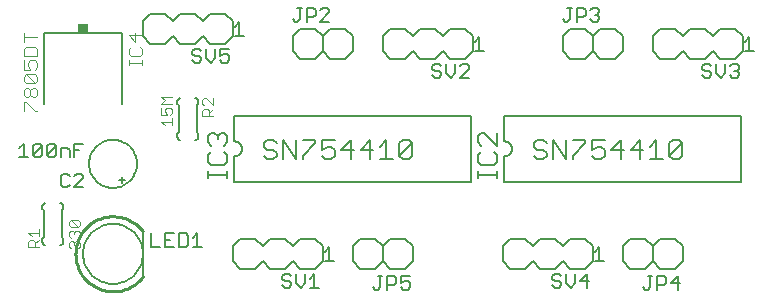
<source format=gto>
G75*
G70*
%OFA0B0*%
%FSLAX24Y24*%
%IPPOS*%
%LPD*%
%AMOC8*
5,1,8,0,0,1.08239X$1,22.5*
%
%ADD10C,0.0070*%
%ADD11C,0.0060*%
%ADD12C,0.0050*%
%ADD13C,0.0080*%
%ADD14C,0.0040*%
%ADD15R,0.0340X0.0300*%
%ADD16C,0.0100*%
D10*
X006489Y004138D02*
X006489Y004349D01*
X006489Y004244D02*
X007120Y004244D01*
X007120Y004349D02*
X007120Y004138D01*
X007015Y004568D02*
X006594Y004568D01*
X006489Y004673D01*
X006489Y004883D01*
X006594Y004989D01*
X006594Y005213D02*
X006489Y005318D01*
X006489Y005528D01*
X006594Y005633D01*
X006699Y005633D01*
X006804Y005528D01*
X006909Y005633D01*
X007015Y005633D01*
X007120Y005528D01*
X007120Y005318D01*
X007015Y005213D01*
X007015Y004989D02*
X007120Y004883D01*
X007120Y004673D01*
X007015Y004568D01*
X008350Y004864D02*
X008455Y004758D01*
X008665Y004758D01*
X008770Y004864D01*
X008770Y004969D01*
X008665Y005074D01*
X008455Y005074D01*
X008350Y005179D01*
X008350Y005284D01*
X008455Y005389D01*
X008665Y005389D01*
X008770Y005284D01*
X008994Y005389D02*
X009415Y004758D01*
X009415Y005389D01*
X009639Y005389D02*
X010059Y005389D01*
X010059Y005284D01*
X009639Y004864D01*
X009639Y004758D01*
X010283Y004864D02*
X010388Y004758D01*
X010598Y004758D01*
X010704Y004864D01*
X010704Y005074D01*
X010598Y005179D01*
X010493Y005179D01*
X010283Y005074D01*
X010283Y005389D01*
X010704Y005389D01*
X010928Y005074D02*
X011243Y005389D01*
X011243Y004758D01*
X011348Y005074D02*
X010928Y005074D01*
X011572Y005074D02*
X011993Y005074D01*
X012217Y005179D02*
X012427Y005389D01*
X012427Y004758D01*
X012217Y004758D02*
X012637Y004758D01*
X012861Y004864D02*
X013282Y005284D01*
X013282Y004864D01*
X013177Y004758D01*
X012966Y004758D01*
X012861Y004864D01*
X012861Y005284D01*
X012966Y005389D01*
X013177Y005389D01*
X013282Y005284D01*
X011888Y005389D02*
X011888Y004758D01*
X011572Y005074D02*
X011888Y005389D01*
X008994Y005389D02*
X008994Y004758D01*
X006804Y005423D02*
X006804Y005528D01*
X015489Y005528D02*
X015489Y005318D01*
X015594Y005213D01*
X015594Y004989D02*
X015489Y004883D01*
X015489Y004673D01*
X015594Y004568D01*
X016015Y004568D01*
X016120Y004673D01*
X016120Y004883D01*
X016015Y004989D01*
X016120Y005213D02*
X015699Y005633D01*
X015594Y005633D01*
X015489Y005528D01*
X016120Y005633D02*
X016120Y005213D01*
X017350Y005179D02*
X017455Y005074D01*
X017665Y005074D01*
X017770Y004969D01*
X017770Y004864D01*
X017665Y004758D01*
X017455Y004758D01*
X017350Y004864D01*
X017994Y004758D02*
X017994Y005389D01*
X018415Y004758D01*
X018415Y005389D01*
X018639Y005389D02*
X019059Y005389D01*
X019059Y005284D01*
X018639Y004864D01*
X018639Y004758D01*
X019283Y004864D02*
X019388Y004758D01*
X019598Y004758D01*
X019704Y004864D01*
X019704Y005074D01*
X019598Y005179D01*
X019493Y005179D01*
X019283Y005074D01*
X019283Y005389D01*
X019704Y005389D01*
X019928Y005074D02*
X020243Y005389D01*
X020243Y004758D01*
X020888Y004758D02*
X020888Y005389D01*
X020572Y005074D01*
X020993Y005074D01*
X021217Y005179D02*
X021427Y005389D01*
X021427Y004758D01*
X021217Y004758D02*
X021637Y004758D01*
X021861Y004864D02*
X022282Y005284D01*
X022282Y004864D01*
X022177Y004758D01*
X021966Y004758D01*
X021861Y004864D01*
X021861Y005284D01*
X021966Y005389D01*
X022177Y005389D01*
X022282Y005284D01*
X020348Y005074D02*
X019928Y005074D01*
X017770Y005284D02*
X017665Y005389D01*
X017455Y005389D01*
X017350Y005284D01*
X017350Y005179D01*
X016120Y004349D02*
X016120Y004138D01*
X016120Y004244D02*
X015489Y004244D01*
X015489Y004349D02*
X015489Y004138D01*
D11*
X015265Y004003D02*
X015265Y006203D01*
X007365Y006203D01*
X007365Y005353D01*
X007395Y005351D01*
X007425Y005346D01*
X007454Y005337D01*
X007481Y005324D01*
X007507Y005309D01*
X007531Y005290D01*
X007552Y005269D01*
X007571Y005245D01*
X007586Y005219D01*
X007599Y005192D01*
X007608Y005163D01*
X007613Y005133D01*
X007615Y005103D01*
X007613Y005073D01*
X007608Y005043D01*
X007599Y005014D01*
X007586Y004987D01*
X007571Y004961D01*
X007552Y004937D01*
X007531Y004916D01*
X007507Y004897D01*
X007481Y004882D01*
X007454Y004869D01*
X007425Y004860D01*
X007395Y004855D01*
X007365Y004853D01*
X007365Y004003D01*
X015265Y004003D01*
X016365Y004003D02*
X024265Y004003D01*
X024265Y006203D01*
X016365Y006203D01*
X016365Y005353D01*
X016395Y005351D01*
X016425Y005346D01*
X016454Y005337D01*
X016481Y005324D01*
X016507Y005309D01*
X016531Y005290D01*
X016552Y005269D01*
X016571Y005245D01*
X016586Y005219D01*
X016599Y005192D01*
X016608Y005163D01*
X016613Y005133D01*
X016615Y005103D01*
X016613Y005073D01*
X016608Y005043D01*
X016599Y005014D01*
X016586Y004987D01*
X016571Y004961D01*
X016552Y004937D01*
X016531Y004916D01*
X016507Y004897D01*
X016481Y004882D01*
X016454Y004869D01*
X016425Y004860D01*
X016395Y004855D01*
X016365Y004853D01*
X016365Y004003D01*
X016565Y002103D02*
X017065Y002103D01*
X017315Y001853D01*
X017565Y002103D01*
X018065Y002103D01*
X018315Y001853D01*
X018565Y002103D01*
X019065Y002103D01*
X019315Y001853D01*
X019315Y001353D01*
X019065Y001103D01*
X018565Y001103D01*
X018315Y001353D01*
X018065Y001103D01*
X017565Y001103D01*
X017315Y001353D01*
X017065Y001103D01*
X016565Y001103D01*
X016315Y001353D01*
X016315Y001853D01*
X016565Y002103D01*
X013315Y001853D02*
X013315Y001353D01*
X013065Y001103D01*
X012565Y001103D01*
X012315Y001353D01*
X012065Y001103D01*
X011565Y001103D01*
X011315Y001353D01*
X011315Y001853D01*
X011565Y002103D01*
X012065Y002103D01*
X012315Y001853D01*
X012565Y002103D01*
X013065Y002103D01*
X013315Y001853D01*
X012315Y001853D02*
X012315Y001353D01*
X010315Y001353D02*
X010065Y001103D01*
X009565Y001103D01*
X009315Y001353D01*
X009065Y001103D01*
X008565Y001103D01*
X008315Y001353D01*
X008065Y001103D01*
X007565Y001103D01*
X007315Y001353D01*
X007315Y001853D01*
X007565Y002103D01*
X008065Y002103D01*
X008315Y001853D01*
X008565Y002103D01*
X009065Y002103D01*
X009315Y001853D01*
X009565Y002103D01*
X010065Y002103D01*
X010315Y001853D01*
X010315Y001353D01*
X003715Y004053D02*
X003515Y004053D01*
X003615Y004153D02*
X003615Y003953D01*
X002515Y004603D02*
X002517Y004659D01*
X002523Y004716D01*
X002533Y004771D01*
X002547Y004826D01*
X002564Y004880D01*
X002586Y004932D01*
X002611Y004982D01*
X002639Y005031D01*
X002671Y005078D01*
X002706Y005122D01*
X002744Y005164D01*
X002785Y005203D01*
X002829Y005238D01*
X002875Y005271D01*
X002923Y005300D01*
X002973Y005326D01*
X003025Y005349D01*
X003079Y005367D01*
X003133Y005382D01*
X003188Y005393D01*
X003244Y005400D01*
X003301Y005403D01*
X003357Y005402D01*
X003414Y005397D01*
X003469Y005388D01*
X003524Y005375D01*
X003578Y005358D01*
X003631Y005338D01*
X003682Y005314D01*
X003731Y005286D01*
X003778Y005255D01*
X003823Y005221D01*
X003866Y005183D01*
X003905Y005143D01*
X003942Y005100D01*
X003975Y005055D01*
X004005Y005007D01*
X004032Y004957D01*
X004055Y004906D01*
X004075Y004853D01*
X004091Y004799D01*
X004103Y004743D01*
X004111Y004688D01*
X004115Y004631D01*
X004115Y004575D01*
X004111Y004518D01*
X004103Y004463D01*
X004091Y004407D01*
X004075Y004353D01*
X004055Y004300D01*
X004032Y004249D01*
X004005Y004199D01*
X003975Y004151D01*
X003942Y004106D01*
X003905Y004063D01*
X003866Y004023D01*
X003823Y003985D01*
X003778Y003951D01*
X003731Y003920D01*
X003682Y003892D01*
X003631Y003868D01*
X003578Y003848D01*
X003524Y003831D01*
X003469Y003818D01*
X003414Y003809D01*
X003357Y003804D01*
X003301Y003803D01*
X003244Y003806D01*
X003188Y003813D01*
X003133Y003824D01*
X003079Y003839D01*
X003025Y003857D01*
X002973Y003880D01*
X002923Y003906D01*
X002875Y003935D01*
X002829Y003968D01*
X002785Y004003D01*
X002744Y004042D01*
X002706Y004084D01*
X002671Y004128D01*
X002639Y004175D01*
X002611Y004224D01*
X002586Y004274D01*
X002564Y004326D01*
X002547Y004380D01*
X002533Y004435D01*
X002523Y004490D01*
X002517Y004547D01*
X002515Y004603D01*
X005465Y005503D02*
X005465Y005603D01*
X005515Y005653D01*
X005515Y006553D01*
X005465Y006603D01*
X005465Y006703D01*
X005467Y006720D01*
X005471Y006737D01*
X005478Y006753D01*
X005488Y006767D01*
X005501Y006780D01*
X005515Y006790D01*
X005531Y006797D01*
X005548Y006801D01*
X005565Y006803D01*
X006065Y006803D02*
X006082Y006801D01*
X006099Y006797D01*
X006115Y006790D01*
X006129Y006780D01*
X006142Y006767D01*
X006152Y006753D01*
X006159Y006737D01*
X006163Y006720D01*
X006165Y006703D01*
X006165Y006603D01*
X006115Y006553D01*
X006115Y005653D01*
X006165Y005603D01*
X006165Y005503D01*
X006163Y005486D01*
X006159Y005469D01*
X006152Y005453D01*
X006142Y005439D01*
X006129Y005426D01*
X006115Y005416D01*
X006099Y005409D01*
X006082Y005405D01*
X006065Y005403D01*
X005565Y005403D02*
X005548Y005405D01*
X005531Y005409D01*
X005515Y005416D01*
X005501Y005426D01*
X005488Y005439D01*
X005478Y005453D01*
X005471Y005469D01*
X005467Y005486D01*
X005465Y005503D01*
X001665Y003203D02*
X001665Y003103D01*
X001615Y003053D01*
X001615Y002153D01*
X001665Y002103D01*
X001665Y002003D01*
X001663Y001986D01*
X001659Y001969D01*
X001652Y001953D01*
X001642Y001939D01*
X001629Y001926D01*
X001615Y001916D01*
X001599Y001909D01*
X001582Y001905D01*
X001565Y001903D01*
X001065Y001903D02*
X001048Y001905D01*
X001031Y001909D01*
X001015Y001916D01*
X001001Y001926D01*
X000988Y001939D01*
X000978Y001953D01*
X000971Y001969D01*
X000967Y001986D01*
X000965Y002003D01*
X000965Y002103D01*
X001015Y002153D01*
X001015Y003053D01*
X000965Y003103D01*
X000965Y003203D01*
X000967Y003220D01*
X000971Y003237D01*
X000978Y003253D01*
X000988Y003267D01*
X001001Y003280D01*
X001015Y003290D01*
X001031Y003297D01*
X001048Y003301D01*
X001065Y003303D01*
X001565Y003303D02*
X001582Y003301D01*
X001599Y003297D01*
X001615Y003290D01*
X001629Y003280D01*
X001642Y003267D01*
X001652Y003253D01*
X001659Y003237D01*
X001663Y003220D01*
X001665Y003203D01*
X002315Y001603D02*
X002317Y001666D01*
X002323Y001728D01*
X002333Y001790D01*
X002346Y001852D01*
X002364Y001912D01*
X002385Y001971D01*
X002410Y002029D01*
X002439Y002085D01*
X002471Y002139D01*
X002506Y002191D01*
X002544Y002240D01*
X002586Y002288D01*
X002630Y002332D01*
X002678Y002374D01*
X002727Y002412D01*
X002779Y002447D01*
X002833Y002479D01*
X002889Y002508D01*
X002947Y002533D01*
X003006Y002554D01*
X003066Y002572D01*
X003128Y002585D01*
X003190Y002595D01*
X003252Y002601D01*
X003315Y002603D01*
X003378Y002601D01*
X003440Y002595D01*
X003502Y002585D01*
X003564Y002572D01*
X003624Y002554D01*
X003683Y002533D01*
X003741Y002508D01*
X003797Y002479D01*
X003851Y002447D01*
X003903Y002412D01*
X003952Y002374D01*
X004000Y002332D01*
X004044Y002288D01*
X004086Y002240D01*
X004124Y002191D01*
X004159Y002139D01*
X004191Y002085D01*
X004220Y002029D01*
X004245Y001971D01*
X004266Y001912D01*
X004284Y001852D01*
X004297Y001790D01*
X004307Y001728D01*
X004313Y001666D01*
X004315Y001603D01*
X004313Y001540D01*
X004307Y001478D01*
X004297Y001416D01*
X004284Y001354D01*
X004266Y001294D01*
X004245Y001235D01*
X004220Y001177D01*
X004191Y001121D01*
X004159Y001067D01*
X004124Y001015D01*
X004086Y000966D01*
X004044Y000918D01*
X004000Y000874D01*
X003952Y000832D01*
X003903Y000794D01*
X003851Y000759D01*
X003797Y000727D01*
X003741Y000698D01*
X003683Y000673D01*
X003624Y000652D01*
X003564Y000634D01*
X003502Y000621D01*
X003440Y000611D01*
X003378Y000605D01*
X003315Y000603D01*
X003252Y000605D01*
X003190Y000611D01*
X003128Y000621D01*
X003066Y000634D01*
X003006Y000652D01*
X002947Y000673D01*
X002889Y000698D01*
X002833Y000727D01*
X002779Y000759D01*
X002727Y000794D01*
X002678Y000832D01*
X002630Y000874D01*
X002586Y000918D01*
X002544Y000966D01*
X002506Y001015D01*
X002471Y001067D01*
X002439Y001121D01*
X002410Y001177D01*
X002385Y001235D01*
X002364Y001294D01*
X002346Y001354D01*
X002333Y001416D01*
X002323Y001478D01*
X002317Y001540D01*
X002315Y001603D01*
X009315Y008353D02*
X009565Y008103D01*
X010065Y008103D01*
X010315Y008353D01*
X010565Y008103D01*
X011065Y008103D01*
X011315Y008353D01*
X011315Y008853D01*
X011065Y009103D01*
X010565Y009103D01*
X010315Y008853D01*
X010315Y008353D01*
X009315Y008353D02*
X009315Y008853D01*
X009565Y009103D01*
X010065Y009103D01*
X010315Y008853D01*
X012315Y008853D02*
X012315Y008353D01*
X012565Y008103D01*
X013065Y008103D01*
X013315Y008353D01*
X013565Y008103D01*
X014065Y008103D01*
X014315Y008353D01*
X014565Y008103D01*
X015065Y008103D01*
X015315Y008353D01*
X015315Y008853D01*
X015065Y009103D01*
X014565Y009103D01*
X014315Y008853D01*
X014065Y009103D01*
X013565Y009103D01*
X013315Y008853D01*
X013065Y009103D01*
X012565Y009103D01*
X012315Y008853D01*
X007315Y008853D02*
X007065Y008603D01*
X006565Y008603D01*
X006315Y008853D01*
X006065Y008603D01*
X005565Y008603D01*
X005315Y008853D01*
X005065Y008603D01*
X004565Y008603D01*
X004315Y008853D01*
X004315Y009353D01*
X004565Y009603D01*
X005065Y009603D01*
X005315Y009353D01*
X005565Y009603D01*
X006065Y009603D01*
X006315Y009353D01*
X006565Y009603D01*
X007065Y009603D01*
X007315Y009353D01*
X007315Y008853D01*
X018315Y008853D02*
X018315Y008353D01*
X018565Y008103D01*
X019065Y008103D01*
X019315Y008353D01*
X019565Y008103D01*
X020065Y008103D01*
X020315Y008353D01*
X020315Y008853D01*
X020065Y009103D01*
X019565Y009103D01*
X019315Y008853D01*
X019315Y008353D01*
X019315Y008853D02*
X019065Y009103D01*
X018565Y009103D01*
X018315Y008853D01*
X021315Y008853D02*
X021315Y008353D01*
X021565Y008103D01*
X022065Y008103D01*
X022315Y008353D01*
X022565Y008103D01*
X023065Y008103D01*
X023315Y008353D01*
X023565Y008103D01*
X024065Y008103D01*
X024315Y008353D01*
X024315Y008853D01*
X024065Y009103D01*
X023565Y009103D01*
X023315Y008853D01*
X023065Y009103D01*
X022565Y009103D01*
X022315Y008853D01*
X022065Y009103D01*
X021565Y009103D01*
X021315Y008853D01*
X021065Y002103D02*
X020565Y002103D01*
X020315Y001853D01*
X020315Y001353D01*
X020565Y001103D01*
X021065Y001103D01*
X021315Y001353D01*
X021315Y001853D01*
X021065Y002103D01*
X021315Y001853D02*
X021565Y002103D01*
X022065Y002103D01*
X022315Y001853D01*
X022315Y001353D01*
X022065Y001103D01*
X021565Y001103D01*
X021315Y001353D01*
D12*
X021289Y000859D02*
X021139Y000859D01*
X021214Y000859D02*
X021214Y000484D01*
X021139Y000408D01*
X021064Y000408D01*
X020989Y000484D01*
X021449Y000559D02*
X021674Y000559D01*
X021749Y000634D01*
X021749Y000784D01*
X021674Y000859D01*
X021449Y000859D01*
X021449Y000408D01*
X021909Y000634D02*
X022209Y000634D01*
X022134Y000859D02*
X022134Y000408D01*
X021909Y000634D02*
X022134Y000859D01*
X019680Y001378D02*
X019379Y001378D01*
X019529Y001378D02*
X019529Y001829D01*
X019379Y001679D01*
X019104Y000929D02*
X018879Y000704D01*
X019179Y000704D01*
X019104Y000929D02*
X019104Y000478D01*
X018719Y000629D02*
X018719Y000929D01*
X018419Y000929D02*
X018419Y000629D01*
X018569Y000478D01*
X018719Y000629D01*
X018259Y000629D02*
X018259Y000554D01*
X018184Y000478D01*
X018034Y000478D01*
X017959Y000554D01*
X018034Y000704D02*
X018184Y000704D01*
X018259Y000629D01*
X018034Y000704D02*
X017959Y000779D01*
X017959Y000854D01*
X018034Y000929D01*
X018184Y000929D01*
X018259Y000854D01*
X013209Y000859D02*
X012909Y000859D01*
X012909Y000634D01*
X013059Y000709D01*
X013134Y000709D01*
X013209Y000634D01*
X013209Y000484D01*
X013134Y000408D01*
X012984Y000408D01*
X012909Y000484D01*
X012749Y000634D02*
X012674Y000559D01*
X012449Y000559D01*
X012214Y000484D02*
X012214Y000859D01*
X012139Y000859D02*
X012289Y000859D01*
X012449Y000859D02*
X012674Y000859D01*
X012749Y000784D01*
X012749Y000634D01*
X012449Y000408D02*
X012449Y000859D01*
X012214Y000484D02*
X012139Y000408D01*
X012064Y000408D01*
X011989Y000484D01*
X010179Y000478D02*
X009879Y000478D01*
X010029Y000478D02*
X010029Y000929D01*
X009879Y000779D01*
X009719Y000629D02*
X009719Y000929D01*
X009419Y000929D02*
X009419Y000629D01*
X009569Y000478D01*
X009719Y000629D01*
X009259Y000629D02*
X009259Y000554D01*
X009184Y000478D01*
X009034Y000478D01*
X008959Y000554D01*
X009034Y000704D02*
X009184Y000704D01*
X009259Y000629D01*
X009034Y000704D02*
X008959Y000779D01*
X008959Y000854D01*
X009034Y000929D01*
X009184Y000929D01*
X009259Y000854D01*
X010379Y001378D02*
X010680Y001378D01*
X010529Y001378D02*
X010529Y001829D01*
X010379Y001679D01*
X006271Y001838D02*
X005971Y001838D01*
X006121Y001838D02*
X006121Y002289D01*
X005971Y002139D01*
X005811Y002214D02*
X005736Y002289D01*
X005510Y002289D01*
X005510Y001838D01*
X005736Y001838D01*
X005811Y001914D01*
X005811Y002214D01*
X005350Y002289D02*
X005050Y002289D01*
X005050Y001838D01*
X005350Y001838D01*
X005200Y002064D02*
X005050Y002064D01*
X004890Y001838D02*
X004590Y001838D01*
X004590Y002289D01*
X002329Y003828D02*
X002029Y003828D01*
X002329Y004129D01*
X002329Y004204D01*
X002254Y004279D01*
X002104Y004279D01*
X002029Y004204D01*
X001869Y004204D02*
X001794Y004279D01*
X001644Y004279D01*
X001569Y004204D01*
X001569Y003904D01*
X001644Y003828D01*
X001794Y003828D01*
X001869Y003904D01*
X001869Y004828D02*
X001869Y005054D01*
X001794Y005129D01*
X001569Y005129D01*
X001569Y004828D01*
X001409Y004904D02*
X001334Y004828D01*
X001183Y004828D01*
X001108Y004904D01*
X001409Y005204D01*
X001409Y004904D01*
X001108Y004904D02*
X001108Y005204D01*
X001183Y005279D01*
X001334Y005279D01*
X001409Y005204D01*
X000948Y005204D02*
X000648Y004904D01*
X000723Y004828D01*
X000873Y004828D01*
X000948Y004904D01*
X000948Y005204D01*
X000873Y005279D01*
X000723Y005279D01*
X000648Y005204D01*
X000648Y004904D01*
X000488Y004828D02*
X000188Y004828D01*
X000338Y004828D02*
X000338Y005279D01*
X000188Y005129D01*
X002029Y005054D02*
X002179Y005054D01*
X002029Y005279D02*
X002029Y004828D01*
X002029Y005279D02*
X002329Y005279D01*
X005959Y008054D02*
X006034Y007978D01*
X006184Y007978D01*
X006259Y008054D01*
X006259Y008129D01*
X006184Y008204D01*
X006034Y008204D01*
X005959Y008279D01*
X005959Y008354D01*
X006034Y008429D01*
X006184Y008429D01*
X006259Y008354D01*
X006419Y008429D02*
X006419Y008129D01*
X006569Y007978D01*
X006719Y008129D01*
X006719Y008429D01*
X006879Y008429D02*
X006879Y008204D01*
X007029Y008279D01*
X007104Y008279D01*
X007179Y008204D01*
X007179Y008054D01*
X007104Y007978D01*
X006954Y007978D01*
X006879Y008054D01*
X006879Y008429D02*
X007179Y008429D01*
X007379Y008878D02*
X007680Y008878D01*
X007529Y008878D02*
X007529Y009329D01*
X007379Y009179D01*
X009310Y009424D02*
X009385Y009348D01*
X009460Y009348D01*
X009535Y009424D01*
X009535Y009799D01*
X009460Y009799D02*
X009610Y009799D01*
X009770Y009799D02*
X009995Y009799D01*
X010070Y009724D01*
X010070Y009574D01*
X009995Y009499D01*
X009770Y009499D01*
X009770Y009348D02*
X009770Y009799D01*
X010230Y009724D02*
X010305Y009799D01*
X010456Y009799D01*
X010531Y009724D01*
X010531Y009649D01*
X010230Y009348D01*
X010531Y009348D01*
X013959Y007854D02*
X013959Y007779D01*
X014034Y007704D01*
X014184Y007704D01*
X014259Y007629D01*
X014259Y007554D01*
X014184Y007478D01*
X014034Y007478D01*
X013959Y007554D01*
X014419Y007629D02*
X014569Y007478D01*
X014719Y007629D01*
X014719Y007929D01*
X014879Y007854D02*
X014954Y007929D01*
X015104Y007929D01*
X015179Y007854D01*
X015179Y007779D01*
X014879Y007478D01*
X015179Y007478D01*
X014419Y007629D02*
X014419Y007929D01*
X014259Y007854D02*
X014184Y007929D01*
X014034Y007929D01*
X013959Y007854D01*
X015379Y008378D02*
X015680Y008378D01*
X015529Y008378D02*
X015529Y008829D01*
X015379Y008679D01*
X018310Y009424D02*
X018385Y009348D01*
X018460Y009348D01*
X018535Y009424D01*
X018535Y009799D01*
X018460Y009799D02*
X018610Y009799D01*
X018770Y009799D02*
X018995Y009799D01*
X019070Y009724D01*
X019070Y009574D01*
X018995Y009499D01*
X018770Y009499D01*
X018770Y009348D02*
X018770Y009799D01*
X019230Y009724D02*
X019305Y009799D01*
X019456Y009799D01*
X019531Y009724D01*
X019531Y009649D01*
X019456Y009574D01*
X019531Y009499D01*
X019531Y009424D01*
X019456Y009348D01*
X019305Y009348D01*
X019230Y009424D01*
X019380Y009574D02*
X019456Y009574D01*
X022959Y007854D02*
X023034Y007929D01*
X023184Y007929D01*
X023259Y007854D01*
X023419Y007929D02*
X023419Y007629D01*
X023569Y007478D01*
X023719Y007629D01*
X023719Y007929D01*
X023879Y007854D02*
X023954Y007929D01*
X024104Y007929D01*
X024179Y007854D01*
X024179Y007779D01*
X024104Y007704D01*
X024179Y007629D01*
X024179Y007554D01*
X024104Y007478D01*
X023954Y007478D01*
X023879Y007554D01*
X024029Y007704D02*
X024104Y007704D01*
X023259Y007629D02*
X023259Y007554D01*
X023184Y007478D01*
X023034Y007478D01*
X022959Y007554D01*
X023034Y007704D02*
X023184Y007704D01*
X023259Y007629D01*
X023034Y007704D02*
X022959Y007779D01*
X022959Y007854D01*
X024379Y008378D02*
X024680Y008378D01*
X024529Y008378D02*
X024529Y008829D01*
X024379Y008679D01*
D13*
X004315Y002353D02*
X004315Y000853D01*
X003605Y006593D02*
X003605Y008953D01*
X001024Y008953D01*
X001025Y006593D01*
D14*
X000795Y006361D02*
X000718Y006361D01*
X000411Y006668D01*
X000334Y006668D01*
X000334Y006361D01*
X000411Y006821D02*
X000488Y006821D01*
X000564Y006898D01*
X000564Y007052D01*
X000641Y007128D01*
X000718Y007128D01*
X000795Y007052D01*
X000795Y006898D01*
X000718Y006821D01*
X000641Y006821D01*
X000564Y006898D01*
X000564Y007052D02*
X000488Y007128D01*
X000411Y007128D01*
X000334Y007052D01*
X000334Y006898D01*
X000411Y006821D01*
X000411Y007282D02*
X000334Y007359D01*
X000334Y007512D01*
X000411Y007589D01*
X000718Y007282D01*
X000795Y007359D01*
X000795Y007512D01*
X000718Y007589D01*
X000411Y007589D01*
X000334Y007742D02*
X000564Y007742D01*
X000488Y007896D01*
X000488Y007972D01*
X000564Y008049D01*
X000718Y008049D01*
X000795Y007972D01*
X000795Y007819D01*
X000718Y007742D01*
X000334Y007742D02*
X000334Y008049D01*
X000334Y008203D02*
X000334Y008433D01*
X000411Y008509D01*
X000718Y008509D01*
X000795Y008433D01*
X000795Y008203D01*
X000334Y008203D01*
X000334Y008663D02*
X000334Y008970D01*
X000334Y008816D02*
X000795Y008816D01*
X003834Y008893D02*
X004064Y008663D01*
X004064Y008970D01*
X003834Y008893D02*
X004295Y008893D01*
X004218Y008510D02*
X004295Y008433D01*
X004295Y008279D01*
X004218Y008203D01*
X003911Y008203D01*
X003834Y008279D01*
X003834Y008433D01*
X003911Y008510D01*
X003834Y008049D02*
X003834Y007896D01*
X003834Y007972D02*
X004295Y007972D01*
X004295Y007896D02*
X004295Y008049D01*
X004924Y006838D02*
X005275Y006838D01*
X005041Y006721D02*
X004924Y006838D01*
X005041Y006721D02*
X004924Y006604D01*
X005275Y006604D01*
X005216Y006479D02*
X005100Y006479D01*
X005041Y006420D01*
X005041Y006362D01*
X005100Y006245D01*
X004924Y006245D01*
X004924Y006479D01*
X005216Y006479D02*
X005275Y006420D01*
X005275Y006304D01*
X005216Y006245D01*
X005275Y006120D02*
X005275Y005886D01*
X005275Y006003D02*
X004924Y006003D01*
X005041Y005886D01*
X006294Y006195D02*
X006294Y006370D01*
X006353Y006429D01*
X006470Y006429D01*
X006528Y006370D01*
X006528Y006195D01*
X006645Y006195D02*
X006294Y006195D01*
X006528Y006312D02*
X006645Y006429D01*
X006645Y006554D02*
X006411Y006788D01*
X006353Y006788D01*
X006294Y006729D01*
X006294Y006613D01*
X006353Y006554D01*
X006645Y006554D02*
X006645Y006788D01*
X000718Y007282D02*
X000411Y007282D01*
X001913Y002735D02*
X002146Y002502D01*
X002205Y002560D01*
X002205Y002677D01*
X002146Y002735D01*
X001913Y002735D01*
X001854Y002677D01*
X001854Y002560D01*
X001913Y002502D01*
X002146Y002502D01*
X002146Y002376D02*
X002205Y002318D01*
X002205Y002201D01*
X002146Y002143D01*
X002030Y002259D02*
X002030Y002318D01*
X002088Y002376D01*
X002146Y002376D01*
X002030Y002318D02*
X001971Y002376D01*
X001913Y002376D01*
X001854Y002318D01*
X001854Y002201D01*
X001913Y002143D01*
X001913Y002017D02*
X001971Y002017D01*
X002030Y001959D01*
X002088Y002017D01*
X002146Y002017D01*
X002205Y001959D01*
X002205Y001842D01*
X002146Y001783D01*
X002030Y001900D02*
X002030Y001959D01*
X001913Y002017D02*
X001854Y001959D01*
X001854Y001842D01*
X001913Y001783D01*
X000835Y001833D02*
X000484Y001833D01*
X000484Y002009D01*
X000543Y002067D01*
X000660Y002067D01*
X000718Y002009D01*
X000718Y001833D01*
X000718Y001950D02*
X000835Y002067D01*
X000835Y002193D02*
X000835Y002426D01*
X000835Y002309D02*
X000484Y002309D01*
X000601Y002193D01*
D15*
X002315Y009143D03*
D16*
X004315Y002353D02*
X004272Y002407D01*
X004226Y002459D01*
X004177Y002508D01*
X004125Y002555D01*
X004071Y002598D01*
X004015Y002639D01*
X003956Y002676D01*
X003896Y002710D01*
X003833Y002740D01*
X003770Y002767D01*
X003704Y002791D01*
X003638Y002811D01*
X003570Y002827D01*
X003502Y002839D01*
X003433Y002847D01*
X003364Y002852D01*
X003294Y002853D01*
X003225Y002850D01*
X003156Y002843D01*
X003088Y002832D01*
X003020Y002818D01*
X002953Y002799D01*
X002887Y002777D01*
X002822Y002752D01*
X002759Y002723D01*
X002698Y002690D01*
X002639Y002654D01*
X002582Y002615D01*
X002526Y002573D01*
X002474Y002528D01*
X002424Y002480D01*
X002377Y002429D01*
X002332Y002375D01*
X002291Y002320D01*
X002253Y002262D01*
X002218Y002202D01*
X002186Y002140D01*
X002158Y002077D01*
X002134Y002012D01*
X002113Y001946D01*
X002096Y001878D01*
X002082Y001810D01*
X002073Y001741D01*
X002067Y001672D01*
X002065Y001603D01*
X002067Y001534D01*
X002073Y001465D01*
X002082Y001396D01*
X002096Y001328D01*
X002113Y001260D01*
X002134Y001194D01*
X002158Y001129D01*
X002186Y001066D01*
X002218Y001004D01*
X002253Y000944D01*
X002291Y000886D01*
X002332Y000831D01*
X002377Y000777D01*
X002424Y000726D01*
X002474Y000678D01*
X002526Y000633D01*
X002582Y000591D01*
X002639Y000552D01*
X002698Y000516D01*
X002759Y000483D01*
X002822Y000454D01*
X002887Y000429D01*
X002953Y000407D01*
X003020Y000388D01*
X003088Y000374D01*
X003156Y000363D01*
X003225Y000356D01*
X003294Y000353D01*
X003364Y000354D01*
X003433Y000359D01*
X003502Y000367D01*
X003570Y000379D01*
X003638Y000395D01*
X003704Y000415D01*
X003770Y000439D01*
X003833Y000466D01*
X003896Y000496D01*
X003956Y000530D01*
X004015Y000567D01*
X004071Y000608D01*
X004125Y000651D01*
X004177Y000698D01*
X004226Y000747D01*
X004272Y000799D01*
X004315Y000853D01*
M02*

</source>
